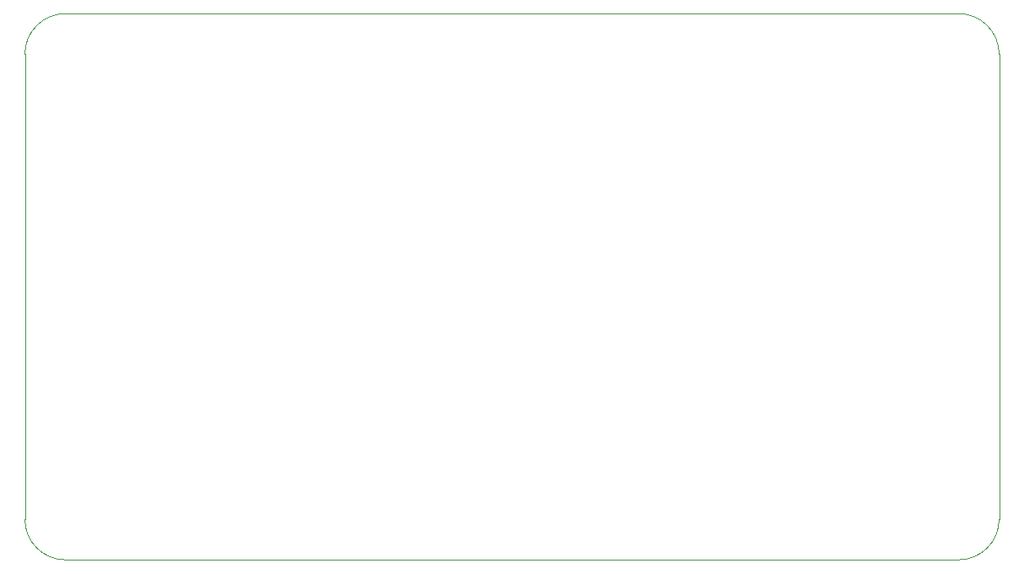
<source format=gm1>
%TF.GenerationSoftware,KiCad,Pcbnew,(6.0.7)*%
%TF.CreationDate,2023-04-22T03:46:43-05:00*%
%TF.ProjectId,Flouro_Breakout,466c6f75-726f-45f4-9272-65616b6f7574,rev?*%
%TF.SameCoordinates,Original*%
%TF.FileFunction,Profile,NP*%
%FSLAX46Y46*%
G04 Gerber Fmt 4.6, Leading zero omitted, Abs format (unit mm)*
G04 Created by KiCad (PCBNEW (6.0.7)) date 2023-04-22 03:46:43*
%MOMM*%
%LPD*%
G01*
G04 APERTURE LIST*
%TA.AperFunction,Profile*%
%ADD10C,0.100000*%
%TD*%
G04 APERTURE END LIST*
D10*
X205740000Y-51816000D02*
G75*
G03*
X201676000Y-47752000I-4064000J0D01*
G01*
X112014000Y-47752000D02*
G75*
G03*
X107950000Y-51816000I0J-4064000D01*
G01*
X201676000Y-102616000D02*
G75*
G03*
X205740000Y-98552000I0J4064000D01*
G01*
X107950000Y-98552000D02*
G75*
G03*
X112014000Y-102616000I4064000J0D01*
G01*
X201676000Y-47752000D02*
X112014000Y-47752000D01*
X112014000Y-102616000D02*
X201676000Y-102616000D01*
X205740000Y-98552000D02*
X205740000Y-51816000D01*
X107950000Y-51816000D02*
X107950000Y-98552000D01*
M02*

</source>
